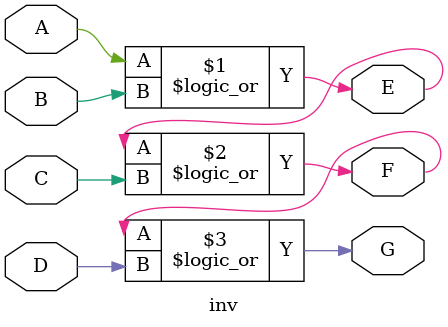
<source format=v>
`timescale 1ns / 1ps

module inv(
    input A,
    input B,
    input C,
    input D,
    
    output E,
    output F,
    output G
    );
    
    assign E = A||B;
    assign F = E||C;
    assign G = F||D;
    
endmodule
</source>
